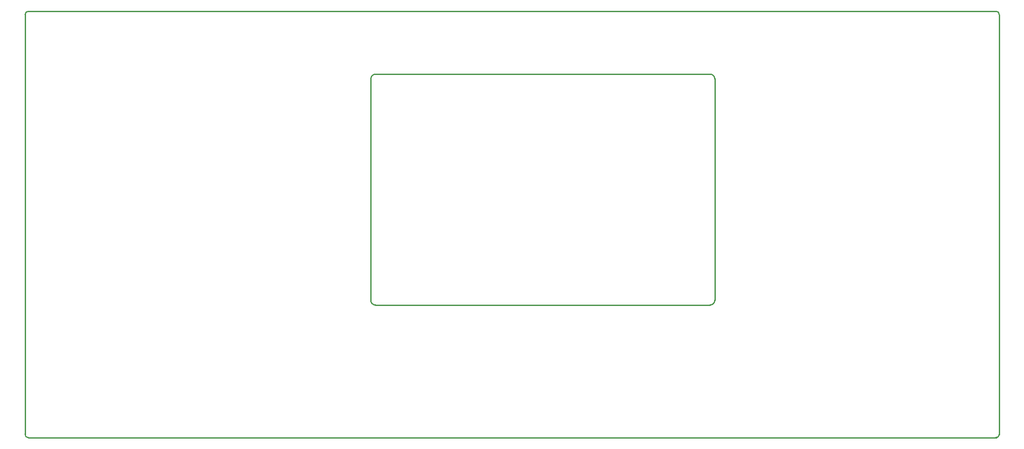
<source format=gko>
G04 Layer: BoardOutline*
G04 EasyEDA v6.4.17, 2021-03-24T19:41:23+03:00*
G04 2c49bd5f4e4e4d2885fbfcddc53ef99b,9cdda048f1864c1181896bc4b360679f,10*
G04 Gerber Generator version 0.2*
G04 Scale: 100 percent, Rotated: No, Reflected: No *
G04 Dimensions in millimeters *
G04 leading zeros omitted , absolute positions ,4 integer and 5 decimal *
%FSLAX45Y45*%
%MOMM*%

%ADD10C,0.2540*%
%ADD11C,0.2500*%
D10*
X18668961Y11997977D02*
G01*
X12137976Y11997977D01*
X12137976Y7488984D02*
G01*
X18669962Y7488984D01*
X18758964Y7576985D02*
G01*
X18758964Y11912975D01*
X12052975Y11905975D02*
G01*
X12051974Y7583985D01*
X24307952Y13155973D02*
G01*
X24308099Y4956294D01*
D11*
X5369836Y4897996D02*
G01*
X24257952Y4897996D01*
X24257952Y4896990D01*
X5375836Y13226602D02*
G01*
X24245689Y13226823D01*
D10*
X5307990Y13168972D02*
G01*
X5306992Y4952989D01*
G75*
G01*
X12137974Y11997977D02*
G03*
X12052734Y11904965I4501J-89689D01*
G75*
G01*
X12051975Y7584986D02*
G03*
X12140626Y7488436I89547J-6753D01*
G75*
G01*
X18666963Y7488984D02*
G03*
X18759361Y7582957I2695J89762D01*
G75*
G01*
X18758964Y11906976D02*
G03*
X18668964Y11998442I-89786J1664D01*
G75*
G01*
X5375836Y13226603D02*
G03*
X5308829Y13164475I-6629J-60049D01*
G75*
G01*
X5307703Y4965014D02*
G03*
X5369837Y4897996I60048J-6640D01*
G75*
G01*
X24307820Y13159814D02*
G03*
X24245689Y13226824I-60048J6632D01*
G75*
G01*
X24240960Y4898006D02*
G03*
X24307968Y4960135I6630J60050D01*

%LPD*%
M02*

</source>
